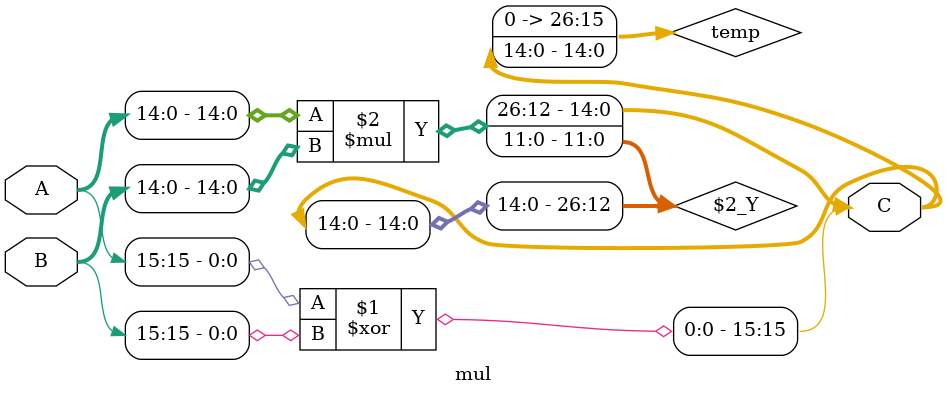
<source format=v>
module mul (
    output [15:0] C,
    input [15:0] A,
    input [15:0] B
);

assign C[15] = A[15]^B[15]; // sign bit

wire [26:0]temp;
assign temp = A[14:0] * B[14:0] >> 12;

assign C[14:0] = temp;
    
endmodule

</source>
